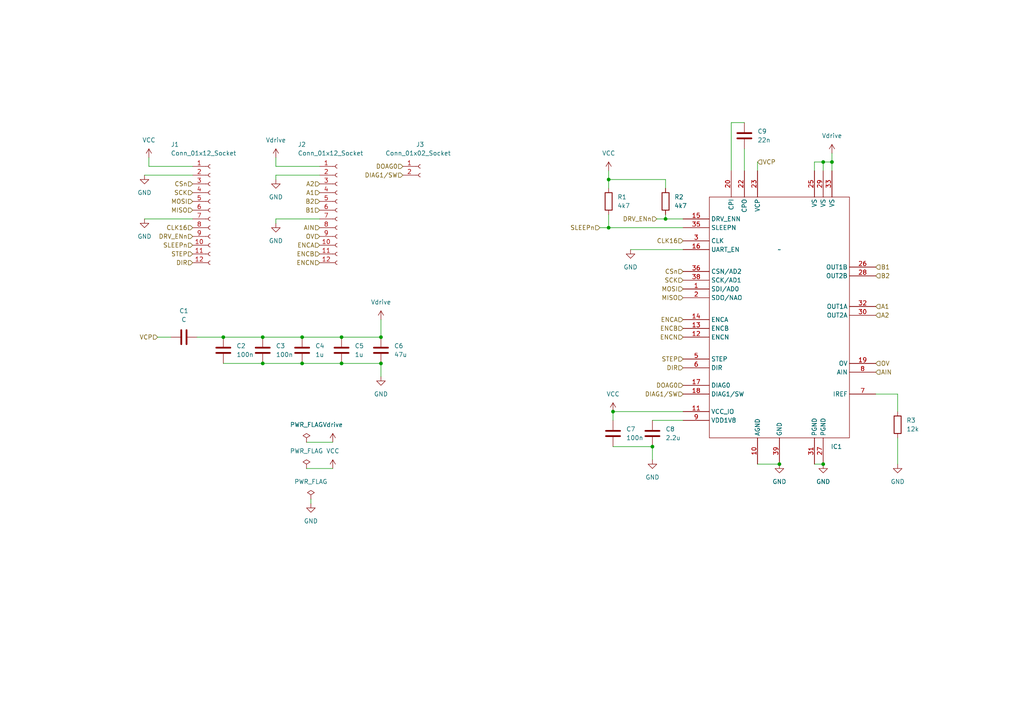
<source format=kicad_sch>
(kicad_sch (version 20230121) (generator eeschema)
  (paper "A4")
  (lib_symbols
    (symbol "Connector:Conn_01x02_Socket" (pin_names (offset 1.016) hide)
      (property "Reference" "J" (at 0 2.54 0))
      (property "Value" "Conn_01x02_Socket" (at 0 -5.08 0))
      (symbol "Conn_01x02_Socket_1_1"
        (arc (start 0 -2.032) (mid -0.5058 -2.54) (end 0 -3.048) (stroke (width 0.1524)))
        (polyline (pts (xy -1.27 -2.54) (xy -0.508 -2.54)) (stroke (width 0.1524)))
        (polyline (pts (xy -1.27 0) (xy -0.508 0)) (stroke (width 0.1524)))
        (arc (start 0 0.508) (mid -0.5058 0) (end 0 -0.508) (stroke (width 0.1524)))
        (pin passive line (at -5.08 0 0) (length 3.81) (name "Pin_1") (number "1"))
        (pin passive line (at -5.08 -2.54 0) (length 3.81) (name "Pin_2") (number "2"))
      )
    )
    (symbol "Connector:Conn_01x12_Socket" (pin_names (offset 1.016) hide)
      (property "Reference" "J" (at 0 15.24 0))
      (property "Value" "Conn_01x12_Socket" (at 0 -17.78 0))
      (symbol "Conn_01x12_Socket_1_1"
        (arc (start 0 -14.732) (mid -0.5058 -15.24) (end 0 -15.748) (stroke (width 0.1524)))
        (arc (start 0 -12.192) (mid -0.5058 -12.7) (end 0 -13.208) (stroke (width 0.1524)))
        (arc (start 0 -9.652) (mid -0.5058 -10.16) (end 0 -10.668) (stroke (width 0.1524)))
        (arc (start 0 -7.112) (mid -0.5058 -7.62) (end 0 -8.128) (stroke (width 0.1524)))
        (arc (start 0 -4.572) (mid -0.5058 -5.08) (end 0 -5.588) (stroke (width 0.1524)))
        (arc (start 0 -2.032) (mid -0.5058 -2.54) (end 0 -3.048) (stroke (width 0.1524)))
        (polyline (pts (xy -1.27 -15.24) (xy -0.508 -15.24)) (stroke (width 0.1524)))
        (polyline (pts (xy -1.27 -12.7) (xy -0.508 -12.7)) (stroke (width 0.1524)))
        (polyline (pts (xy -1.27 -10.16) (xy -0.508 -10.16)) (stroke (width 0.1524)))
        (polyline (pts (xy -1.27 -7.62) (xy -0.508 -7.62)) (stroke (width 0.1524)))
        (polyline (pts (xy -1.27 -5.08) (xy -0.508 -5.08)) (stroke (width 0.1524)))
        (polyline (pts (xy -1.27 -2.54) (xy -0.508 -2.54)) (stroke (width 0.1524)))
        (polyline (pts (xy -1.27 0) (xy -0.508 0)) (stroke (width 0.1524)))
        (polyline (pts (xy -1.27 2.54) (xy -0.508 2.54)) (stroke (width 0.1524)))
        (polyline (pts (xy -1.27 5.08) (xy -0.508 5.08)) (stroke (width 0.1524)))
        (polyline (pts (xy -1.27 7.62) (xy -0.508 7.62)) (stroke (width 0.1524)))
        (polyline (pts (xy -1.27 10.16) (xy -0.508 10.16)) (stroke (width 0.1524)))
        (polyline (pts (xy -1.27 12.7) (xy -0.508 12.7)) (stroke (width 0.1524)))
        (arc (start 0 0.508) (mid -0.5058 0) (end 0 -0.508) (stroke (width 0.1524)))
        (arc (start 0 3.048) (mid -0.5058 2.54) (end 0 2.032) (stroke (width 0.1524)))
        (arc (start 0 5.588) (mid -0.5058 5.08) (end 0 4.572) (stroke (width 0.1524)))
        (arc (start 0 8.128) (mid -0.5058 7.62) (end 0 7.112) (stroke (width 0.1524)))
        (arc (start 0 10.668) (mid -0.5058 10.16) (end 0 9.652) (stroke (width 0.1524)))
        (arc (start 0 13.208) (mid -0.5058 12.7) (end 0 12.192) (stroke (width 0.1524)))
        (pin passive line (at -5.08 12.7 0) (length 3.81) (name "Pin_1") (number "1"))
        (pin passive line (at -5.08 -10.16 0) (length 3.81) (name "Pin_10") (number "10"))
        (pin passive line (at -5.08 -12.7 0) (length 3.81) (name "Pin_11") (number "11"))
        (pin passive line (at -5.08 -15.24 0) (length 3.81) (name "Pin_12") (number "12"))
        (pin passive line (at -5.08 10.16 0) (length 3.81) (name "Pin_2") (number "2"))
        (pin passive line (at -5.08 7.62 0) (length 3.81) (name "Pin_3") (number "3"))
        (pin passive line (at -5.08 5.08 0) (length 3.81) (name "Pin_4") (number "4"))
        (pin passive line (at -5.08 2.54 0) (length 3.81) (name "Pin_5") (number "5"))
        (pin passive line (at -5.08 0 0) (length 3.81) (name "Pin_6") (number "6"))
        (pin passive line (at -5.08 -2.54 0) (length 3.81) (name "Pin_7") (number "7"))
        (pin passive line (at -5.08 -5.08 0) (length 3.81) (name "Pin_8") (number "8"))
        (pin passive line (at -5.08 -7.62 0) (length 3.81) (name "Pin_9") (number "9"))
      )
    )
    (symbol "Device:C" (pin_numbers hide) (pin_names (offset 0.254))
      (property "Reference" "C" (at 0.635 2.54 0))
      (property "Value" "C" (at 0.635 -2.54 0))
      (symbol "C_0_1"
        (polyline (pts (xy -2.032 -0.762) (xy 2.032 -0.762)) (stroke (width 0.508)))
        (polyline (pts (xy -2.032 0.762) (xy 2.032 0.762)) (stroke (width 0.508)))
      )
      (symbol "C_1_1"
        (pin passive line (at 0 3.81 270) (length 2.794) (name "~") (number "1"))
        (pin passive line (at 0 -3.81 90) (length 2.794) (name "~") (number "2"))
      )
    )
    (symbol "Device:R" (pin_numbers hide) (pin_names (offset 0))
      (property "Reference" "R" (at 2.032 0 90))
      (property "Value" "R" (at 0 0 90))
      (symbol "R_0_1"
        (rectangle (start -1.016 -2.54) (end 1.016 2.54) (stroke (width 0.254)))
      )
      (symbol "R_1_1"
        (pin passive line (at 0 3.81 270) (length 1.27) (name "~") (number "1"))
        (pin passive line (at 0 -3.81 90) (length 1.27) (name "~") (number "2"))
      )
    )
    (symbol "TMC:TMC2240_TSSOP_38"
      (property "Reference" "IC" (at 0 3.81 0))
      (symbol "TMC2240_TSSOP_38_1_1"
        (rectangle (start -20.32 35.56) (end 20.32 -34.29))
        (pin input line (at -27.94 8.89 0) (length 7.62) (name "SDI/AD0") (number "1"))
        (pin power_in line (at -6.35 -41.91 90) (length 7.62) (name "AGND") (number "10"))
        (pin power_in line (at -27.94 -26.67 0) (length 7.62) (name "VCC_IO") (number "11"))
        (pin input line (at -27.94 -5.08 0) (length 7.62) (name "ENCN") (number "12"))
        (pin input line (at -27.94 -2.54 0) (length 7.62) (name "ENCB") (number "13"))
        (pin input line (at -27.94 0 0) (length 7.62) (name "ENCA") (number "14"))
        (pin input line (at -27.94 29.21 0) (length 7.62) (name "DRV_ENN") (number "15"))
        (pin input line (at -27.94 20.32 0) (length 7.62) (name "UART_EN") (number "16"))
        (pin output line (at -27.94 -19.05 0) (length 7.62) (name "DIAG0") (number "17"))
        (pin output line (at -27.94 -21.59 0) (length 7.62) (name "DIAG1/SW") (number "18"))
        (pin output line (at 27.94 -12.7 180) (length 7.62) (name "OV") (number "19"))
        (pin output line (at -27.94 6.35 0) (length 7.62) (name "SDO/NAO") (number "2"))
        (pin input line (at -13.97 43.18 270) (length 7.62) (name "CPI") (number "20"))
        (pin free line (at 27.94 29.21 180) (length 7.62) hide (name "NC") (number "21"))
        (pin output line (at -10.16 43.18 270) (length 7.62) (name "CPO") (number "22"))
        (pin output line (at -6.35 43.18 270) (length 7.62) (name "VCP") (number "23"))
        (pin free line (at 27.94 26.67 180) (length 7.62) hide (name "NC") (number "24"))
        (pin power_in line (at 10.16 43.18 270) (length 7.62) (name "VS") (number "25"))
        (pin output line (at 27.94 15.24 180) (length 7.62) (name "OUT1B") (number "26"))
        (pin power_in line (at 12.7 -41.91 90) (length 7.62) (name "PGND") (number "27"))
        (pin output line (at 27.94 12.7 180) (length 7.62) (name "OUT2B") (number "28"))
        (pin power_in line (at 12.7 43.18 270) (length 7.62) (name "VS") (number "29"))
        (pin input line (at -27.94 22.86 0) (length 7.62) (name "CLK") (number "3"))
        (pin output line (at 27.94 1.27 180) (length 7.62) (name "OUT2A") (number "30"))
        (pin power_in line (at 10.16 -41.91 90) (length 7.62) (name "PGND") (number "31"))
        (pin output line (at 27.94 3.81 180) (length 7.62) (name "OUT1A") (number "32"))
        (pin power_in line (at 15.24 43.18 270) (length 7.62) (name "VS") (number "33"))
        (pin free line (at 27.94 24.13 180) (length 7.62) hide (name "NC") (number "34"))
        (pin input line (at -27.94 26.67 0) (length 7.62) (name "SLEEPN") (number "35"))
        (pin input line (at -27.94 13.97 0) (length 7.62) (name "CSN/AD2") (number "36"))
        (pin free line (at 27.94 21.59 180) (length 7.62) hide (name "NC") (number "37"))
        (pin input line (at -27.94 11.43 0) (length 7.62) (name "SCK/AD1") (number "38"))
        (pin power_in line (at 0 -41.91 90) (length 7.62) (name "GND") (number "39"))
        (pin free line (at 27.94 31.75 180) (length 7.62) hide (name "NC") (number "4"))
        (pin input line (at -27.94 -11.43 0) (length 7.62) (name "STEP") (number "5"))
        (pin input line (at -27.94 -13.97 0) (length 7.62) (name "DIR") (number "6"))
        (pin power_in line (at 27.94 -21.59 180) (length 7.62) (name "IREF") (number "7"))
        (pin input line (at 27.94 -15.24 180) (length 7.62) (name "AIN") (number "8"))
        (pin power_out line (at -27.94 -29.21 0) (length 7.62) (name "VDD1V8") (number "9"))
      )
    )
    (symbol "power:GND" (power) (pin_names (offset 0))
      (property "Value" "GND" (at 0 -3.81 0))
      (symbol "GND_0_1"
        (polyline (pts (xy 0 0) (xy 0 -1.27) (xy 1.27 -1.27) (xy 0 -2.54) (xy -1.27 -1.27) (xy 0 -1.27)))
      )
      (symbol "GND_1_1"
        (pin power_in line (at 0 0 270) (length 0) hide (name "GND") (number "1"))
      )
    )
    (symbol "power:PWR_FLAG" (power) (pin_numbers hide) (pin_names (offset 0) hide)
      (property "Value" "PWR_FLAG" (at 0 3.81 0))
      (symbol "PWR_FLAG_0_0"
        (pin power_out line (at 0 0 90) (length 0) (name "pwr") (number "1"))
      )
      (symbol "PWR_FLAG_0_1"
        (polyline (pts (xy 0 0) (xy 0 1.27) (xy -1.016 1.905) (xy 0 2.54) (xy 1.016 1.905) (xy 0 1.27)))
      )
    )
    (symbol "power:VCC" (power) (pin_names (offset 0))
      (property "Value" "VCC" (at 0 3.81 0))
      (symbol "VCC_0_1"
        (polyline (pts (xy -0.762 1.27) (xy 0 2.54)))
        (polyline (pts (xy 0 0) (xy 0 2.54)))
        (polyline (pts (xy 0 2.54) (xy 0.762 1.27)))
      )
      (symbol "VCC_1_1"
        (pin power_in line (at 0 0 90) (length 0) hide (name "VCC") (number "1"))
      )
    )
    (symbol "power:Vdrive" (power) (pin_names (offset 0))
      (property "Value" "Vdrive" (at 0 3.81 0))
      (symbol "Vdrive_0_1"
        (polyline (pts (xy -0.762 1.27) (xy 0 2.54)))
        (polyline (pts (xy 0 0) (xy 0 2.54)))
        (polyline (pts (xy 0 2.54) (xy 0.762 1.27)))
      )
      (symbol "Vdrive_1_1"
        (pin power_in line (at 0 0 90) (length 0) hide (name "Vdrive") (number "1"))
      )
    )
  )
  (junction (at 177.8 119.38))
  (junction (at 226.06 134.62))
  (junction (at 99.06 97.79))
  (junction (at 193.04 63.5))
  (junction (at 87.63 97.79))
  (junction (at 241.3 46.99))
  (junction (at 87.63 105.41))
  (junction (at 99.06 105.41))
  (junction (at 238.76 46.99))
  (junction (at 238.76 134.62))
  (junction (at 110.49 97.79))
  (junction (at 110.49 105.41))
  (junction (at 76.2 105.41))
  (junction (at 64.77 97.79))
  (junction (at 176.53 66.04))
  (junction (at 76.2 97.79))
  (junction (at 189.23 129.54))
  (junction (at 176.53 52.07))
  (wire (pts (xy 88.9 128.27) (xy 96.52 128.27)))
  (wire (pts (xy 176.53 52.07) (xy 176.53 54.61)))
  (wire (pts (xy 219.71 134.62) (xy 226.06 134.62)))
  (wire (pts (xy 55.88 48.26) (xy 43.18 48.26)))
  (wire (pts (xy 176.53 66.04) (xy 198.12 66.04)))
  (wire (pts (xy 80.01 63.5) (xy 92.71 63.5)))
  (wire (pts (xy 99.06 105.41) (xy 110.49 105.41)))
  (wire (pts (xy 80.01 48.26) (xy 92.71 48.26)))
  (wire (pts (xy 236.22 46.99) (xy 238.76 46.99)))
  (wire (pts (xy 193.04 54.61) (xy 193.04 52.07)))
  (wire (pts (xy 45.72 97.79) (xy 49.53 97.79)))
  (wire (pts (xy 176.53 62.23) (xy 176.53 66.04)))
  (wire (pts (xy 212.09 35.56) (xy 215.9 35.56)))
  (wire (pts (xy 190.5 63.5) (xy 193.04 63.5)))
  (wire (pts (xy 76.2 97.79) (xy 87.63 97.79)))
  (wire (pts (xy 87.63 97.79) (xy 99.06 97.79)))
  (wire (pts (xy 189.23 133.35) (xy 189.23 129.54)))
  (wire (pts (xy 177.8 129.54) (xy 189.23 129.54)))
  (wire (pts (xy 260.35 114.3) (xy 254 114.3)))
  (wire (pts (xy 87.63 105.41) (xy 99.06 105.41)))
  (wire (pts (xy 177.8 121.92) (xy 177.8 119.38)))
  (wire (pts (xy 90.17 144.78) (xy 90.17 146.05)))
  (wire (pts (xy 80.01 45.72) (xy 80.01 48.26)))
  (wire (pts (xy 64.77 105.41) (xy 76.2 105.41)))
  (wire (pts (xy 41.91 63.5) (xy 55.88 63.5)))
  (wire (pts (xy 238.76 46.99) (xy 238.76 49.53)))
  (wire (pts (xy 76.2 105.41) (xy 87.63 105.41)))
  (wire (pts (xy 43.18 48.26) (xy 43.18 45.72)))
  (wire (pts (xy 182.88 72.39) (xy 198.12 72.39)))
  (wire (pts (xy 236.22 134.62) (xy 238.76 134.62)))
  (wire (pts (xy 260.35 119.38) (xy 260.35 114.3)))
  (wire (pts (xy 173.99 66.04) (xy 176.53 66.04)))
  (wire (pts (xy 238.76 46.99) (xy 241.3 46.99)))
  (wire (pts (xy 177.8 119.38) (xy 198.12 119.38)))
  (wire (pts (xy 193.04 62.23) (xy 193.04 63.5)))
  (wire (pts (xy 212.09 49.53) (xy 212.09 35.56)))
  (wire (pts (xy 110.49 92.71) (xy 110.49 97.79)))
  (wire (pts (xy 88.9 135.89) (xy 96.52 135.89)))
  (wire (pts (xy 176.53 52.07) (xy 176.53 49.53)))
  (wire (pts (xy 80.01 50.8) (xy 92.71 50.8)))
  (wire (pts (xy 99.06 97.79) (xy 110.49 97.79)))
  (wire (pts (xy 80.01 52.07) (xy 80.01 50.8)))
  (wire (pts (xy 110.49 109.22) (xy 110.49 105.41)))
  (wire (pts (xy 219.71 46.99) (xy 219.71 49.53)))
  (wire (pts (xy 41.91 50.8) (xy 55.88 50.8)))
  (wire (pts (xy 241.3 46.99) (xy 241.3 49.53)))
  (wire (pts (xy 236.22 46.99) (xy 236.22 49.53)))
  (wire (pts (xy 193.04 63.5) (xy 198.12 63.5)))
  (wire (pts (xy 189.23 121.92) (xy 198.12 121.92)))
  (wire (pts (xy 64.77 97.79) (xy 76.2 97.79)))
  (wire (pts (xy 241.3 46.99) (xy 241.3 44.45)))
  (wire (pts (xy 80.01 64.77) (xy 80.01 63.5)))
  (wire (pts (xy 193.04 52.07) (xy 176.53 52.07)))
  (wire (pts (xy 57.15 97.79) (xy 64.77 97.79)))
  (wire (pts (xy 260.35 127) (xy 260.35 134.62)))
  (wire (pts (xy 215.9 43.18) (xy 215.9 49.53)))
  (hierarchical_label "MOSI" (shape input) (at 55.88 58.42 180))
  (hierarchical_label "ENCB" (shape input) (at 198.12 95.25 180))
  (hierarchical_label "SLEEPn" (shape input) (at 55.88 71.12 180))
  (hierarchical_label "ENCN" (shape input) (at 198.12 97.79 180))
  (hierarchical_label "A1" (shape input) (at 254 88.9 0))
  (hierarchical_label "MISO" (shape input) (at 55.88 60.96 180))
  (hierarchical_label "SLEEPn" (shape input) (at 173.99 66.04 180))
  (hierarchical_label "DOAG0" (shape input) (at 198.12 111.76 180))
  (hierarchical_label "DRV_ENn" (shape input) (at 55.88 68.58 180))
  (hierarchical_label "STEP" (shape input) (at 55.88 73.66 180))
  (hierarchical_label "ENCN" (shape input) (at 92.71 76.2 180))
  (hierarchical_label "OV" (shape input) (at 254 105.41 0))
  (hierarchical_label "CSn" (shape input) (at 55.88 53.34 180))
  (hierarchical_label "B1" (shape input) (at 254 77.47 0))
  (hierarchical_label "B2" (shape input) (at 254 80.01 0))
  (hierarchical_label "A1" (shape input) (at 92.71 55.88 180))
  (hierarchical_label "CSn" (shape input) (at 198.12 78.74 180))
  (hierarchical_label "DIR" (shape input) (at 198.12 106.68 180))
  (hierarchical_label "MISO" (shape input) (at 198.12 86.36 180))
  (hierarchical_label "STEP" (shape input) (at 198.12 104.14 180))
  (hierarchical_label "DRV_ENn" (shape input) (at 190.5 63.5 180))
  (hierarchical_label "A2" (shape input) (at 92.71 53.34 180))
  (hierarchical_label "ENCA" (shape input) (at 198.12 92.71 180))
  (hierarchical_label "CLK16" (shape input) (at 55.88 66.04 180))
  (hierarchical_label "SCK" (shape input) (at 198.12 81.28 180))
  (hierarchical_label "B2" (shape input) (at 92.71 58.42 180))
  (hierarchical_label "AIN" (shape input) (at 254 107.95 0))
  (hierarchical_label "ENCB" (shape input) (at 92.71 73.66 180))
  (hierarchical_label "DOAG0" (shape input) (at 116.84 48.26 180))
  (hierarchical_label "VCP" (shape input) (at 219.71 46.99 0))
  (hierarchical_label "CLK16" (shape input) (at 198.12 69.85 180))
  (hierarchical_label "DIAG1{slash}SW" (shape input) (at 198.12 114.3 180))
  (hierarchical_label "A2" (shape input) (at 254 91.44 0))
  (hierarchical_label "SCK" (shape input) (at 55.88 55.88 180))
  (hierarchical_label "ENCA" (shape input) (at 92.71 71.12 180))
  (hierarchical_label "VCP" (shape input) (at 45.72 97.79 180))
  (hierarchical_label "DIAG1{slash}SW" (shape input) (at 116.84 50.8 180))
  (hierarchical_label "OV" (shape input) (at 92.71 68.58 180))
  (hierarchical_label "MOSI" (shape input) (at 198.12 83.82 180))
  (hierarchical_label "AIN" (shape input) (at 92.71 66.04 180))
  (hierarchical_label "DIR" (shape input) (at 55.88 76.2 180))
  (hierarchical_label "B1" (shape input) (at 92.71 60.96 180))
  (symbol (lib_id "power:GND") (at 110.49 109.22 0) (unit 1)
    (property "Reference" "#PWR011" (effects hide))
    (property "Value" "GND" (at 110.49 114.3 0))
  )
  (symbol (lib_id "Device:C") (at 64.77 101.6 0) (unit 1)
    (property "Reference" "C2" (at 68.58 100.33 0) (effects (justify left)))
    (property "Value" "100n" (at 68.58 102.87 0) (effects (justify left)))
    (property "Footprint" "Capacitor_SMD:C_0603_1608Metric" (effects hide))
  )
  (symbol (lib_id "Device:R") (at 260.35 123.19 0) (unit 1)
    (property "Reference" "R3" (at 262.89 121.92 0) (effects (justify left)))
    (property "Value" "12k" (at 262.89 124.46 0) (effects (justify left)))
    (property "Footprint" "Resistor_SMD:R_0603_1608Metric" (effects hide))
  )
  (symbol (lib_id "Device:R") (at 176.53 58.42 0) (unit 1)
    (property "Reference" "R1" (at 179.07 57.15 0) (effects (justify left)))
    (property "Value" "4k7" (at 179.07 59.69 0) (effects (justify left)))
    (property "Footprint" "Resistor_SMD:R_0603_1608Metric" (effects hide))
  )
  (symbol (lib_id "Device:C") (at 99.06 101.6 0) (unit 1)
    (property "Reference" "C5" (at 102.87 100.33 0) (effects (justify left)))
    (property "Value" "1u" (at 102.87 102.87 0) (effects (justify left)))
    (property "Footprint" "Capacitor_SMD:C_0603_1608Metric" (effects hide))
  )
  (symbol (lib_id "Device:C") (at 87.63 101.6 0) (unit 1)
    (property "Reference" "C4" (at 91.44 100.33 0) (effects (justify left)))
    (property "Value" "1u" (at 91.44 102.87 0) (effects (justify left)))
    (property "Footprint" "Capacitor_SMD:C_0603_1608Metric" (effects hide))
  )
  (symbol (lib_id "Device:C") (at 189.23 125.73 0) (unit 1)
    (property "Reference" "C8" (at 193.04 124.46 0) (effects (justify left)))
    (property "Value" "2.2u" (at 193.04 127 0) (effects (justify left)))
    (property "Footprint" "Capacitor_SMD:C_0603_1608Metric" (effects hide))
  )
  (symbol (lib_id "power:VCC") (at 43.18 45.72 0) (unit 1)
    (property "Reference" "#PWR03" (effects hide))
    (property "Value" "VCC" (at 43.18 40.64 0))
  )
  (symbol (lib_id "power:VCC") (at 177.8 119.38 0) (unit 1)
    (property "Reference" "#PWR013" (effects hide))
    (property "Value" "VCC" (at 177.8 114.3 0))
  )
  (symbol (lib_id "Device:C") (at 76.2 101.6 0) (unit 1)
    (property "Reference" "C3" (at 80.01 100.33 0) (effects (justify left)))
    (property "Value" "100n" (at 80.01 102.87 0) (effects (justify left)))
    (property "Footprint" "Capacitor_SMD:C_0603_1608Metric" (effects hide))
  )
  (symbol (lib_id "TMC:TMC2240_TSSOP_38") (at 226.06 92.71 0) (unit 1)
    (property "Reference" "IC1" (at 240.9541 129.54 0) (effects (justify left)))
    (property "Value" "~" (at 226.06 72.39 0))
    (property "Footprint" "TMC:TSSOP38_4-4X9-7_TRI" (effects hide))
  )
  (symbol (lib_id "power:PWR_FLAG") (at 88.9 128.27 0) (unit 1)
    (property "Reference" "#FLG01" (effects hide))
    (property "Value" "PWR_FLAG" (at 88.9 123.19 0))
  )
  (symbol (lib_id "power:VCC") (at 176.53 49.53 0) (unit 1)
    (property "Reference" "#PWR012" (effects hide))
    (property "Value" "VCC" (at 176.53 44.45 0))
  )
  (symbol (lib_id "Device:C") (at 215.9 39.37 180) (unit 1)
    (property "Reference" "C9" (at 219.71 38.1 0) (effects (justify right)))
    (property "Value" "22n" (at 219.71 40.64 0) (effects (justify right)))
    (property "Footprint" "Capacitor_SMD:C_0603_1608Metric" (effects hide))
  )
  (symbol (lib_id "power:GND") (at 41.91 63.5 0) (unit 1)
    (property "Reference" "#PWR02" (effects hide))
    (property "Value" "GND" (at 41.91 68.58 0))
  )
  (symbol (lib_id "power:GND") (at 238.76 134.62 0) (unit 1)
    (property "Reference" "#PWR016" (effects hide))
    (property "Value" "GND" (at 238.76 139.7 0))
  )
  (symbol (lib_id "power:VCC") (at 96.52 135.89 0) (unit 1)
    (property "Reference" "#PWR09" (effects hide))
    (property "Value" "VCC" (at 96.52 130.81 0))
  )
  (symbol (lib_id "power:GND") (at 41.91 50.8 0) (unit 1)
    (property "Reference" "#PWR01" (effects hide))
    (property "Value" "GND" (at 41.91 55.88 0))
  )
  (symbol (lib_id "power:GND") (at 226.06 134.62 0) (unit 1)
    (property "Reference" "#PWR019" (effects hide))
    (property "Value" "GND" (at 226.06 139.7 0))
  )
  (symbol (lib_id "power:GND") (at 182.88 72.39 0) (unit 1)
    (property "Reference" "#PWR014" (effects hide))
    (property "Value" "GND" (at 182.88 77.47 0))
  )
  (symbol (lib_id "power:Vdrive") (at 96.52 128.27 0) (unit 1)
    (property "Reference" "#PWR08" (effects hide))
    (property "Value" "Vdrive" (at 96.52 123.19 0))
  )
  (symbol (lib_id "Device:C") (at 177.8 125.73 0) (unit 1)
    (property "Reference" "C7" (at 181.61 124.46 0) (effects (justify left)))
    (property "Value" "100n" (at 181.61 127 0) (effects (justify left)))
    (property "Footprint" "Capacitor_SMD:C_0603_1608Metric" (effects hide))
  )
  (symbol (lib_id "power:Vdrive") (at 241.3 44.45 0) (unit 1)
    (property "Reference" "#PWR017" (effects hide))
    (property "Value" "Vdrive" (at 241.3 39.37 0))
  )
  (symbol (lib_id "power:GND") (at 189.23 133.35 0) (unit 1)
    (property "Reference" "#PWR015" (effects hide))
    (property "Value" "GND" (at 189.23 138.43 0))
  )
  (symbol (lib_id "power:PWR_FLAG") (at 88.9 135.89 0) (unit 1)
    (property "Reference" "#FLG02" (effects hide))
    (property "Value" "PWR_FLAG" (at 88.9 130.81 0))
  )
  (symbol (lib_id "Device:C") (at 110.49 101.6 0) (unit 1)
    (property "Reference" "C6" (at 114.3 100.33 0) (effects (justify left)))
    (property "Value" "47u" (at 114.3 102.87 0) (effects (justify left)))
    (property "Footprint" "Capacitor_THT:CP_Radial_D6.3mm_P2.50mm" (effects hide))
  )
  (symbol (lib_id "Device:R") (at 193.04 58.42 0) (unit 1)
    (property "Reference" "R2" (at 195.58 57.15 0) (effects (justify left)))
    (property "Value" "4k7" (at 195.58 59.69 0) (effects (justify left)))
    (property "Footprint" "Resistor_SMD:R_0603_1608Metric" (effects hide))
  )
  (symbol (lib_id "Connector:Conn_01x02_Socket") (at 121.92 48.26 0) (unit 1)
    (property "Reference" "J3" (at 120.65 41.91 0) (effects (justify left)))
    (property "Value" "Conn_01x02_Socket" (at 111.76 44.45 0) (effects (justify left)))
    (property "Footprint" "Connector_PinHeader_2.54mm:PinHeader_1x02_P2.54mm_Vertical" (effects hide))
  )
  (symbol (lib_id "power:GND") (at 80.01 64.77 0) (unit 1)
    (property "Reference" "#PWR06" (effects hide))
    (property "Value" "GND" (at 80.01 69.85 0))
  )
  (symbol (lib_id "power:PWR_FLAG") (at 90.17 144.78 0) (unit 1)
    (property "Reference" "#FLG03" (effects hide))
    (property "Value" "PWR_FLAG" (at 90.17 139.7 0))
  )
  (symbol (lib_id "power:Vdrive") (at 110.49 92.71 0) (unit 1)
    (property "Reference" "#PWR010" (effects hide))
    (property "Value" "Vdrive" (at 110.49 87.63 0))
  )
  (symbol (lib_id "power:GND") (at 260.35 134.62 0) (unit 1)
    (property "Reference" "#PWR018" (effects hide))
    (property "Value" "GND" (at 260.35 139.7 0))
  )
  (symbol (lib_id "power:GND") (at 90.17 146.05 0) (unit 1)
    (property "Reference" "#PWR07" (effects hide))
    (property "Value" "GND" (at 90.17 151.13 0))
  )
  (symbol (lib_id "Device:C") (at 53.34 97.79 90) (unit 1)
    (property "Reference" "C1" (at 53.34 90.17 90))
    (property "Value" "C" (at 53.34 92.71 90))
    (property "Footprint" "Capacitor_SMD:C_0603_1608Metric" (effects hide))
  )
  (symbol (lib_id "power:Vdrive") (at 80.01 45.72 0) (unit 1)
    (property "Reference" "#PWR04" (effects hide))
    (property "Value" "Vdrive" (at 80.01 40.64 0))
  )
  (symbol (lib_id "Connector:Conn_01x12_Socket") (at 60.96 60.96 0) (unit 1)
    (property "Reference" "J1" (at 49.53 41.91 0) (effects (justify left)))
    (property "Value" "Conn_01x12_Socket" (at 49.53 44.45 0) (effects (justify left)))
    (property "Footprint" "Connector_PinHeader_2.54mm:PinHeader_1x12_P2.54mm_Vertical" (effects hide))
  )
  (symbol (lib_id "Connector:Conn_01x12_Socket") (at 97.79 60.96 0) (unit 1)
    (property "Reference" "J2" (at 86.36 41.91 0) (effects (justify left)))
    (property "Value" "Conn_01x12_Socket" (at 86.36 44.45 0) (effects (justify left)))
    (property "Footprint" "Connector_PinHeader_2.54mm:PinHeader_1x12_P2.54mm_Vertical" (effects hide))
  )
  (symbol (lib_id "power:GND") (at 80.01 52.07 0) (unit 1)
    (property "Reference" "#PWR05" (effects hide))
    (property "Value" "GND" (at 80.01 57.15 0))
  )
)
</source>
